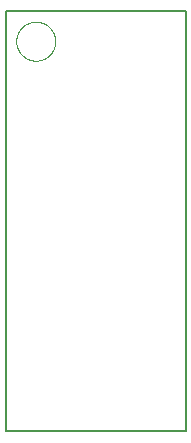
<source format=gko>
G75*
%MOIN*%
%OFA0B0*%
%FSLAX25Y25*%
%IPPOS*%
%LPD*%
%AMOC8*
5,1,8,0,0,1.08239X$1,22.5*
%
%ADD10C,0.00800*%
%ADD11C,0.00000*%
D10*
X0173333Y0050000D02*
X0173333Y0190000D01*
X0233333Y0190000D01*
X0233333Y0050000D01*
X0173333Y0050000D01*
D11*
X0176833Y0180000D02*
X0176835Y0180161D01*
X0176841Y0180321D01*
X0176851Y0180482D01*
X0176865Y0180642D01*
X0176883Y0180802D01*
X0176904Y0180961D01*
X0176930Y0181120D01*
X0176960Y0181278D01*
X0176993Y0181435D01*
X0177031Y0181592D01*
X0177072Y0181747D01*
X0177117Y0181901D01*
X0177166Y0182054D01*
X0177219Y0182206D01*
X0177275Y0182357D01*
X0177336Y0182506D01*
X0177399Y0182654D01*
X0177467Y0182800D01*
X0177538Y0182944D01*
X0177612Y0183086D01*
X0177690Y0183227D01*
X0177772Y0183365D01*
X0177857Y0183502D01*
X0177945Y0183636D01*
X0178037Y0183768D01*
X0178132Y0183898D01*
X0178230Y0184026D01*
X0178331Y0184151D01*
X0178435Y0184273D01*
X0178542Y0184393D01*
X0178652Y0184510D01*
X0178765Y0184625D01*
X0178881Y0184736D01*
X0179000Y0184845D01*
X0179121Y0184950D01*
X0179245Y0185053D01*
X0179371Y0185153D01*
X0179499Y0185249D01*
X0179630Y0185342D01*
X0179764Y0185432D01*
X0179899Y0185519D01*
X0180037Y0185602D01*
X0180176Y0185682D01*
X0180318Y0185758D01*
X0180461Y0185831D01*
X0180606Y0185900D01*
X0180753Y0185966D01*
X0180901Y0186028D01*
X0181051Y0186086D01*
X0181202Y0186141D01*
X0181355Y0186192D01*
X0181509Y0186239D01*
X0181664Y0186282D01*
X0181820Y0186321D01*
X0181976Y0186357D01*
X0182134Y0186388D01*
X0182292Y0186416D01*
X0182451Y0186440D01*
X0182611Y0186460D01*
X0182771Y0186476D01*
X0182931Y0186488D01*
X0183092Y0186496D01*
X0183253Y0186500D01*
X0183413Y0186500D01*
X0183574Y0186496D01*
X0183735Y0186488D01*
X0183895Y0186476D01*
X0184055Y0186460D01*
X0184215Y0186440D01*
X0184374Y0186416D01*
X0184532Y0186388D01*
X0184690Y0186357D01*
X0184846Y0186321D01*
X0185002Y0186282D01*
X0185157Y0186239D01*
X0185311Y0186192D01*
X0185464Y0186141D01*
X0185615Y0186086D01*
X0185765Y0186028D01*
X0185913Y0185966D01*
X0186060Y0185900D01*
X0186205Y0185831D01*
X0186348Y0185758D01*
X0186490Y0185682D01*
X0186629Y0185602D01*
X0186767Y0185519D01*
X0186902Y0185432D01*
X0187036Y0185342D01*
X0187167Y0185249D01*
X0187295Y0185153D01*
X0187421Y0185053D01*
X0187545Y0184950D01*
X0187666Y0184845D01*
X0187785Y0184736D01*
X0187901Y0184625D01*
X0188014Y0184510D01*
X0188124Y0184393D01*
X0188231Y0184273D01*
X0188335Y0184151D01*
X0188436Y0184026D01*
X0188534Y0183898D01*
X0188629Y0183768D01*
X0188721Y0183636D01*
X0188809Y0183502D01*
X0188894Y0183365D01*
X0188976Y0183227D01*
X0189054Y0183086D01*
X0189128Y0182944D01*
X0189199Y0182800D01*
X0189267Y0182654D01*
X0189330Y0182506D01*
X0189391Y0182357D01*
X0189447Y0182206D01*
X0189500Y0182054D01*
X0189549Y0181901D01*
X0189594Y0181747D01*
X0189635Y0181592D01*
X0189673Y0181435D01*
X0189706Y0181278D01*
X0189736Y0181120D01*
X0189762Y0180961D01*
X0189783Y0180802D01*
X0189801Y0180642D01*
X0189815Y0180482D01*
X0189825Y0180321D01*
X0189831Y0180161D01*
X0189833Y0180000D01*
X0189831Y0179839D01*
X0189825Y0179679D01*
X0189815Y0179518D01*
X0189801Y0179358D01*
X0189783Y0179198D01*
X0189762Y0179039D01*
X0189736Y0178880D01*
X0189706Y0178722D01*
X0189673Y0178565D01*
X0189635Y0178408D01*
X0189594Y0178253D01*
X0189549Y0178099D01*
X0189500Y0177946D01*
X0189447Y0177794D01*
X0189391Y0177643D01*
X0189330Y0177494D01*
X0189267Y0177346D01*
X0189199Y0177200D01*
X0189128Y0177056D01*
X0189054Y0176914D01*
X0188976Y0176773D01*
X0188894Y0176635D01*
X0188809Y0176498D01*
X0188721Y0176364D01*
X0188629Y0176232D01*
X0188534Y0176102D01*
X0188436Y0175974D01*
X0188335Y0175849D01*
X0188231Y0175727D01*
X0188124Y0175607D01*
X0188014Y0175490D01*
X0187901Y0175375D01*
X0187785Y0175264D01*
X0187666Y0175155D01*
X0187545Y0175050D01*
X0187421Y0174947D01*
X0187295Y0174847D01*
X0187167Y0174751D01*
X0187036Y0174658D01*
X0186902Y0174568D01*
X0186767Y0174481D01*
X0186629Y0174398D01*
X0186490Y0174318D01*
X0186348Y0174242D01*
X0186205Y0174169D01*
X0186060Y0174100D01*
X0185913Y0174034D01*
X0185765Y0173972D01*
X0185615Y0173914D01*
X0185464Y0173859D01*
X0185311Y0173808D01*
X0185157Y0173761D01*
X0185002Y0173718D01*
X0184846Y0173679D01*
X0184690Y0173643D01*
X0184532Y0173612D01*
X0184374Y0173584D01*
X0184215Y0173560D01*
X0184055Y0173540D01*
X0183895Y0173524D01*
X0183735Y0173512D01*
X0183574Y0173504D01*
X0183413Y0173500D01*
X0183253Y0173500D01*
X0183092Y0173504D01*
X0182931Y0173512D01*
X0182771Y0173524D01*
X0182611Y0173540D01*
X0182451Y0173560D01*
X0182292Y0173584D01*
X0182134Y0173612D01*
X0181976Y0173643D01*
X0181820Y0173679D01*
X0181664Y0173718D01*
X0181509Y0173761D01*
X0181355Y0173808D01*
X0181202Y0173859D01*
X0181051Y0173914D01*
X0180901Y0173972D01*
X0180753Y0174034D01*
X0180606Y0174100D01*
X0180461Y0174169D01*
X0180318Y0174242D01*
X0180176Y0174318D01*
X0180037Y0174398D01*
X0179899Y0174481D01*
X0179764Y0174568D01*
X0179630Y0174658D01*
X0179499Y0174751D01*
X0179371Y0174847D01*
X0179245Y0174947D01*
X0179121Y0175050D01*
X0179000Y0175155D01*
X0178881Y0175264D01*
X0178765Y0175375D01*
X0178652Y0175490D01*
X0178542Y0175607D01*
X0178435Y0175727D01*
X0178331Y0175849D01*
X0178230Y0175974D01*
X0178132Y0176102D01*
X0178037Y0176232D01*
X0177945Y0176364D01*
X0177857Y0176498D01*
X0177772Y0176635D01*
X0177690Y0176773D01*
X0177612Y0176914D01*
X0177538Y0177056D01*
X0177467Y0177200D01*
X0177399Y0177346D01*
X0177336Y0177494D01*
X0177275Y0177643D01*
X0177219Y0177794D01*
X0177166Y0177946D01*
X0177117Y0178099D01*
X0177072Y0178253D01*
X0177031Y0178408D01*
X0176993Y0178565D01*
X0176960Y0178722D01*
X0176930Y0178880D01*
X0176904Y0179039D01*
X0176883Y0179198D01*
X0176865Y0179358D01*
X0176851Y0179518D01*
X0176841Y0179679D01*
X0176835Y0179839D01*
X0176833Y0180000D01*
M02*

</source>
